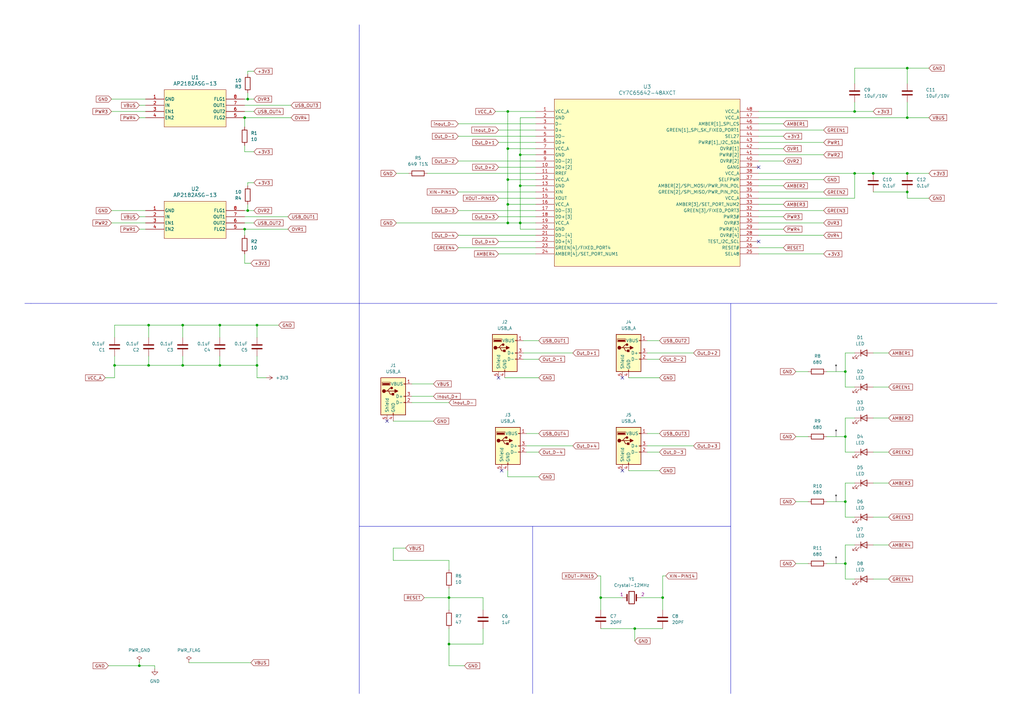
<source format=kicad_sch>
(kicad_sch (version 20231120) (generator "eeschema") (generator_version "8.0")
  (paper "A3")
  (title_block (date "2024-09-25"))
  (lib_symbols
    (symbol "AP2182ASG-13_1" (pin_names (offset 0.254))
      (property "Reference" "U2" (at 0 12.7 0))
      (property "Value" "AP2182ASG-13" (at 0 10.16 0))
      (symbol "AP2182ASG-13_1_0_1"
        (pin power_in line (at -20.32 3.81 0) (length 7.62) (name "GND") (number "1"))
        (pin input line (at -20.32 1.27 0) (length 7.62) (name "IN") (number "2"))
        (pin unspecified line (at 20.32 -3.81 180) (length 7.62) (name "FLG2") (number "5"))
        (pin output line (at 20.32 -1.27 180) (length 7.62) (name "OUT2") (number "6"))
        (pin output line (at 20.32 1.27 180) (length 7.62) (name "OUT1") (number "7"))
        (pin unspecified line (at 20.32 3.81 180) (length 7.62) (name "FLG1") (number "8"))
      )
      (symbol "AP2182ASG-13_1_1_1"
        (pin unspecified line (at -20.32 -1.27 0) (length 7.62) (name "EN1") (number "3"))
        (pin unspecified line (at -20.32 -3.81 0) (length 7.62) (name "EN2") (number "4"))
      )
    )
    (symbol "Connector:USB_A" (pin_names (offset 1.016))
      (property "Reference" "J" (at -5.08 11.43 0))
      (property "Value" "USB_A" (at -5.08 8.89 0))
      (symbol "USB_A_1_1"
        (pin power_in line (at 7.62 5.08 180) (length 2.54) (name "VBUS") (number "1"))
        (pin bidirectional line (at 7.62 -2.54 180) (length 2.54) (name "D-") (number "2"))
        (pin bidirectional line (at 7.62 0 180) (length 2.54) (name "D+") (number "3"))
        (pin power_in line (at 0 -10.16 90) (length 2.54) (name "GND") (number "4"))
        (pin passive line (at -2.54 -10.16 90) (length 2.54) (name "Shield") (number "5"))
      )
    )
    (symbol "Device:C" (pin_numbers hide) (pin_names (offset 0.254))
      (property "Reference" "C" (at 0.635 2.54 0))
      (property "Value" "C" (at 0.635 -2.54 0))
      (symbol "C_1_1"
        (pin passive line (at 0 3.81 270) (length 2.794) (name "~") (number "1"))
        (pin passive line (at 0 -3.81 90) (length 2.794) (name "~") (number "2"))
      )
    )
    (symbol "Device:Crystal" (pin_numbers hide) (pin_names (offset 1.016) hide)
      (property "Reference" "Y" (at 0 3.81 0))
      (property "Value" "Crystal" (at 0 -3.81 0))
      (symbol "Crystal_1_1"
        (pin passive line (at -3.81 0 0) (length 1.27) (name "1") (number "1"))
        (pin passive line (at 3.81 0 180) (length 1.27) (name "2") (number "2"))
      )
    )
    (symbol "Device:LED" (pin_numbers hide) (pin_names (offset 1.016) hide)
      (property "Reference" "D" (at 0 2.54 0))
      (property "Value" "LED" (at 0 -2.54 0))
      (symbol "LED_1_1"
        (pin passive line (at -3.81 0 0) (length 2.54) (name "K") (number "1"))
        (pin passive line (at 3.81 0 180) (length 2.54) (name "A") (number "2"))
      )
    )
    (symbol "Device:R" (pin_numbers hide) (pin_names (offset 0))
      (property "Reference" "R" (at 2.032 0 90))
      (property "Value" "R" (at 0 0 90))
      (symbol "R_1_1"
        (pin passive line (at 0 3.81 270) (length 1.27) (name "~") (number "1"))
        (pin passive line (at 0 -3.81 90) (length 1.27) (name "~") (number "2"))
      )
    )
    (symbol "USB_A_1" (pin_names (offset 1.016))
      (property "Reference" "J2" (at 0 12.7 0))
      (property "Value" "USB_A" (at 0 10.16 0))
      (symbol "USB_A_1_1_1"
        (pin unspecified line (at 7.62 5.08 180) (length 2.54) (name "VBUS") (number "1"))
        (pin bidirectional line (at 7.62 -2.54 180) (length 2.54) (name "D-") (number "2"))
        (pin bidirectional line (at 7.62 0 180) (length 2.54) (name "D+") (number "3"))
        (pin power_in line (at 0 -10.16 90) (length 2.54) (name "GND") (number "4"))
        (pin passive line (at -2.54 -10.16 90) (length 2.54) (name "Shield") (number "5"))
      )
    )
    (symbol "USB_A_2" (pin_names (offset 1.016))
      (property "Reference" "J4" (at 0 12.7 0))
      (property "Value" "USB_A" (at 0 10.16 0))
      (symbol "USB_A_2_1_1"
        (pin unspecified line (at 7.62 5.08 180) (length 2.54) (name "VBUS") (number "1"))
        (pin bidirectional line (at 7.62 -2.54 180) (length 2.54) (name "D-") (number "2"))
        (pin bidirectional line (at 7.62 0 180) (length 2.54) (name "D+") (number "3"))
        (pin power_in line (at 0 -10.16 90) (length 2.54) (name "GND") (number "4"))
        (pin passive line (at -2.54 -10.16 90) (length 2.54) (name "Shield") (number "5"))
      )
    )
    (symbol "USB_A_3" (pin_names (offset 1.016))
      (property "Reference" "J3" (at 0 12.7 0))
      (property "Value" "USB_A" (at 0 10.16 0))
      (symbol "USB_A_3_1_1"
        (pin unspecified line (at 7.62 5.08 180) (length 2.54) (name "VBUS") (number "1"))
        (pin bidirectional line (at 7.62 -2.54 180) (length 2.54) (name "D-") (number "2"))
        (pin bidirectional line (at 7.62 0 180) (length 2.54) (name "D+") (number "3"))
        (pin power_in line (at 0 -10.16 90) (length 2.54) (name "GND") (number "4"))
        (pin passive line (at -2.54 -10.16 90) (length 2.54) (name "Shield") (number "5"))
      )
    )
    (symbol "USB_A_4" (pin_names (offset 1.016))
      (property "Reference" "J5" (at 0 12.7 0))
      (property "Value" "USB_A" (at 0 10.16 0))
      (symbol "USB_A_4_1_0"
        (pin unspecified line (at 7.62 5.08 180) (length 2.54) (name "VBUS") (number "1"))
      )
      (symbol "USB_A_4_1_1"
        (pin bidirectional line (at 7.62 -2.54 180) (length 2.54) (name "D-") (number "2"))
        (pin bidirectional line (at 7.62 0 180) (length 2.54) (name "D+") (number "3"))
        (pin power_in line (at 0 -10.16 90) (length 2.54) (name "GND") (number "4"))
        (pin passive line (at -2.54 -10.16 90) (length 2.54) (name "Shield") (number "5"))
      )
    )
    (symbol "mykicad_Library:AP2182ASG-13" (pin_names (offset 0.254))
      (property "Reference" "U1" (at 0 12.7 0))
      (property "Value" "AP2182ASG-13" (at 0 10.16 0))
      (symbol "AP2182ASG-13_0_1"
        (pin power_in line (at -20.32 3.81 0) (length 7.62) (name "GND") (number "1"))
        (pin input line (at -20.32 1.27 0) (length 7.62) (name "IN") (number "2"))
        (pin unspecified line (at 20.32 -3.81 180) (length 7.62) (name "FLG2") (number "5"))
        (pin output line (at 20.32 -1.27 180) (length 7.62) (name "OUT2") (number "6"))
        (pin output line (at 20.32 1.27 180) (length 7.62) (name "OUT1") (number "7"))
        (pin unspecified line (at 20.32 3.81 180) (length 7.62) (name "FLG1") (number "8"))
      )
      (symbol "AP2182ASG-13_1_1"
        (pin unspecified line (at -20.32 -1.27 0) (length 7.62) (name "EN1") (number "3"))
        (pin unspecified line (at -20.32 -3.81 0) (length 7.62) (name "EN2") (number "4"))
      )
    )
    (symbol "mykicad_Library:CY7C65642-48AXCT" (pin_names (offset 0.254))
      (property "Reference" "U" (at 0 39.37 0))
      (property "Value" "CY7C65642-48AXCT" (at 2.54 36.322 0))
      (symbol "CY7C65642-48AXCT_0_1"
        (pin unspecified line (at -45.72 29.21 0) (length 7.62) (name "VCC_A") (number "1"))
        (pin unspecified line (at -45.72 6.35 0) (length 7.62) (name "DD+[2]") (number "10"))
        (pin unspecified line (at -45.72 3.81 0) (length 7.62) (name "RREF") (number "11"))
        (pin unspecified line (at -45.72 1.27 0) (length 7.62) (name "VCC_A") (number "12"))
        (pin unspecified line (at -45.72 -1.27 0) (length 7.62) (name "GND") (number "13"))
        (pin unspecified line (at -45.72 -3.81 0) (length 7.62) (name "XIN") (number "14"))
        (pin unspecified line (at -45.72 -6.35 0) (length 7.62) (name "XOUT") (number "15"))
        (pin unspecified line (at -45.72 -8.89 0) (length 7.62) (name "VCC_A") (number "16"))
        (pin unspecified line (at -45.72 -11.43 0) (length 7.62) (name "DD-[3]") (number "17"))
        (pin unspecified line (at -45.72 -13.97 0) (length 7.62) (name "DD+[3]") (number "18"))
        (pin unspecified line (at -45.72 -16.51 0) (length 7.62) (name "VCC_A") (number "19"))
        (pin unspecified line (at -45.72 26.67 0) (length 7.62) (name "GND") (number "2"))
        (pin unspecified line (at -45.72 -19.05 0) (length 7.62) (name "GND") (number "20"))
        (pin unspecified line (at -45.72 -21.59 0) (length 7.62) (name "DD-[4]") (number "21"))
        (pin unspecified line (at -45.72 -24.13 0) (length 7.62) (name "DD+[4]") (number "22"))
        (pin unspecified line (at -45.72 -26.67 0) (length 7.62) (name "GREEN[4]/FIXED_PORT4") (number "23"))
        (pin unspecified line (at -45.72 -29.21 0) (length 7.62) (name "AMBER[4]/SET_PORT_NUM1") (number "24"))
        (pin unspecified line (at 45.72 -29.21 180) (length 7.62) (name "SEL48") (number "25"))
        (pin unspecified line (at 45.72 -26.67 180) (length 7.62) (name "RESET#") (number "26"))
        (pin unspecified line (at 45.72 -24.13 180) (length 7.62) (name "TEST_I2C_SCL") (number "27"))
        (pin unspecified line (at 45.72 -21.59 180) (length 7.62) (name "OVR#[4]") (number "28"))
        (pin unspecified line (at 45.72 -19.05 180) (length 7.62) (name "PWR#[4]") (number "29"))
        (pin unspecified line (at -45.72 24.13 0) (length 7.62) (name "D-") (number "3"))
        (pin unspecified line (at 45.72 -16.51 180) (length 7.62) (name "OVR#3") (number "30"))
        (pin unspecified line (at 45.72 -13.97 180) (length 7.62) (name "PWR3#") (number "31"))
        (pin unspecified line (at 45.72 -11.43 180) (length 7.62) (name "GREEN[3]/FIXED_PORT3") (number "32"))
        (pin unspecified line (at 45.72 -8.89 180) (length 7.62) (name "AMBER[3]/SET_PORT_NUM2") (number "33"))
        (pin unspecified line (at 45.72 -6.35 180) (length 7.62) (name "VCC_A") (number "34"))
        (pin unspecified line (at 45.72 -3.81 180) (length 7.62) (name "GREEN[2]/SPI_MISO/PWR_PIN_POL") (number "35"))
        (pin unspecified line (at 45.72 -1.27 180) (length 7.62) (name "AMBER[2]/SPI_MOSI/PWR_PIN_POL") (number "36"))
        (pin unspecified line (at 45.72 1.27 180) (length 7.62) (name "SELFPWR") (number "37"))
        (pin unspecified line (at 45.72 3.81 180) (length 7.62) (name "VCC_A") (number "38"))
        (pin unspecified line (at 45.72 6.35 180) (length 7.62) (name "GANG") (number "39"))
        (pin unspecified line (at -45.72 21.59 0) (length 7.62) (name "D+") (number "4"))
        (pin unspecified line (at 45.72 8.89 180) (length 7.62) (name "OVR#[2]") (number "40"))
        (pin unspecified line (at 45.72 11.43 180) (length 7.62) (name "PWR#[2]") (number "41"))
        (pin unspecified line (at 45.72 13.97 180) (length 7.62) (name "OVR#[1]") (number "42"))
        (pin unspecified line (at 45.72 16.51 180) (length 7.62) (name "PWR#[1]_I2C_SDA") (number "43"))
        (pin unspecified line (at 45.72 19.05 180) (length 7.62) (name "SEL27") (number "44"))
        (pin unspecified line (at 45.72 21.59 180) (length 7.62) (name "GREEN[1]_SPI_SK_FIXED_PORT1") (number "45"))
        (pin unspecified line (at 45.72 24.13 180) (length 7.62) (name "AMBER[1]_SPI_CS") (number "46"))
        (pin unspecified line (at 45.72 26.67 180) (length 7.62) (name "VCC_A") (number "47"))
        (pin unspecified line (at 45.72 29.21 180) (length 7.62) (name "VCC_A") (number "48"))
        (pin unspecified line (at -45.72 19.05 0) (length 7.62) (name "DD-") (number "5"))
        (pin unspecified line (at -45.72 16.51 0) (length 7.62) (name "DD+") (number "6"))
        (pin unspecified line (at -45.72 13.97 0) (length 7.62) (name "VCC_A") (number "7"))
        (pin unspecified line (at -45.72 11.43 0) (length 7.62) (name "GND") (number "8"))
        (pin unspecified line (at -45.72 8.89 0) (length 7.62) (name "DD-[2]") (number "9"))
      )
    )
    (symbol "power:+3V3" (power) (pin_numbers hide) (pin_names (offset 0) hide)
      (property "Value" "+3V3" (at 0 3.556 0))
      (symbol "+3V3_1_1"
        (pin power_in line (at 0 0 90) (length 0) (name "~") (number "1"))
      )
    )
    (symbol "power:GND" (power) (pin_numbers hide) (pin_names (offset 0) hide)
      (property "Value" "GND" (at 0 -3.81 0))
      (symbol "GND_1_1"
        (pin power_in line (at 0 0 270) (length 0) (name "~") (number "1"))
      )
    )
    (symbol "power:PWR_FLAG" (power) (pin_numbers hide) (pin_names (offset 0) hide)
      (property "Value" "PWR_FLAG" (at 0 3.81 0))
      (symbol "PWR_FLAG_0_0"
        (pin power_out line (at 0 0 90) (length 0) (name "~") (number "1"))
      )
    )
  )
  (junction (at 101.6 86.36))
  (junction (at 246.38 245.11))
  (junction (at 346.71 179.07))
  (junction (at 57.15 273.05))
  (junction (at 372.11 71.12))
  (junction (at 350.52 71.12))
  (junction (at 100.33 93.98))
  (junction (at 213.36 76.2))
  (junction (at 358.14 71.12))
  (junction (at 184.15 245.11))
  (junction (at 372.11 48.26))
  (junction (at 90.17 133.35))
  (junction (at 346.71 231.14))
  (junction (at 372.11 27.94))
  (junction (at 60.96 149.86))
  (junction (at 105.41 133.35))
  (junction (at 60.96 133.35))
  (junction (at 346.71 152.4))
  (junction (at 208.28 73.66))
  (junction (at 184.15 264.16))
  (junction (at 208.28 83.82))
  (junction (at 105.41 149.86))
  (junction (at 271.78 245.11))
  (junction (at 372.11 78.74))
  (junction (at 350.52 45.72))
  (junction (at 208.28 91.44))
  (junction (at 208.28 45.72))
  (junction (at 100.33 48.26))
  (junction (at 101.6 40.64))
  (junction (at 208.28 60.96))
  (junction (at 74.93 149.86))
  (junction (at 213.36 91.44))
  (junction (at 90.17 149.86))
  (junction (at 260.35 257.81))
  (junction (at 346.71 205.74))
  (junction (at 213.36 63.5))
  (junction (at 74.93 133.35))
  (junction (at 46.99 149.86))
  (no_connect (at 205.74 193.04))
  (no_connect (at 255.27 193.04))
  (no_connect (at 158.75 172.72))
  (no_connect (at 255.27 154.94))
  (no_connect (at 311.15 99.06))
  (no_connect (at 204.47 154.94))
  (no_connect (at 311.15 68.58))
  (wire (pts (xy 187.96 78.74) (xy 219.71 78.74)))
  (wire (pts (xy 246.38 245.11) (xy 255.27 245.11)))
  (wire (pts (xy 311.15 101.6) (xy 321.31 101.6)))
  (polyline (pts (xy 147.32 124.46) (xy 147.32 215.9)))
  (wire (pts (xy 358.14 78.74) (xy 372.11 78.74)))
  (wire (pts (xy 208.28 45.72) (xy 219.71 45.72)))
  (wire (pts (xy 346.71 171.45) (xy 350.52 171.45)))
  (wire (pts (xy 326.39 231.14) (xy 331.47 231.14)))
  (wire (pts (xy 77.47 271.78) (xy 102.87 271.78)))
  (wire (pts (xy 346.71 152.4) (xy 346.71 158.75)))
  (wire (pts (xy 45.72 86.36) (xy 59.69 86.36)))
  (wire (pts (xy 100.33 93.98) (xy 118.11 93.98)))
  (wire (pts (xy 339.09 231.14) (xy 346.71 231.14)))
  (wire (pts (xy 74.93 149.86) (xy 60.96 149.86)))
  (wire (pts (xy 100.33 104.14) (xy 100.33 107.95)))
  (wire (pts (xy 346.71 205.74) (xy 346.71 212.09)))
  (wire (pts (xy 57.15 43.18) (xy 59.69 43.18)))
  (wire (pts (xy 100.33 59.69) (xy 100.33 62.23)))
  (wire (pts (xy 57.15 48.26) (xy 59.69 48.26)))
  (wire (pts (xy 311.15 50.8) (xy 321.31 50.8)))
  (wire (pts (xy 213.36 63.5) (xy 213.36 76.2)))
  (wire (pts (xy 214.63 144.78) (xy 234.95 144.78)))
  (wire (pts (xy 346.71 144.78) (xy 350.52 144.78)))
  (wire (pts (xy 187.96 101.6) (xy 219.71 101.6)))
  (wire (pts (xy 346.71 237.49) (xy 350.52 237.49)))
  (wire (pts (xy 350.52 71.12) (xy 350.52 81.28)))
  (wire (pts (xy 184.15 264.16) (xy 184.15 273.05)))
  (wire (pts (xy 346.71 185.42) (xy 350.52 185.42)))
  (wire (pts (xy 350.52 27.94) (xy 350.52 34.29)))
  (wire (pts (xy 187.96 86.36) (xy 219.71 86.36)))
  (wire (pts (xy 162.56 71.12) (xy 167.64 71.12)))
  (wire (pts (xy 346.71 144.78) (xy 346.71 152.4)))
  (wire (pts (xy 358.14 237.49) (xy 364.49 237.49)))
  (wire (pts (xy 311.15 96.52) (xy 337.82 96.52)))
  (wire (pts (xy 207.01 154.94) (xy 220.98 154.94)))
  (wire (pts (xy 60.96 133.35) (xy 46.99 133.35)))
  (wire (pts (xy 346.71 198.12) (xy 350.52 198.12)))
  (wire (pts (xy 161.29 172.72) (xy 177.8 172.72)))
  (wire (pts (xy 101.6 29.21) (xy 101.6 30.48)))
  (wire (pts (xy 204.47 104.14) (xy 219.71 104.14)))
  (wire (pts (xy 213.36 76.2) (xy 219.71 76.2)))
  (wire (pts (xy 265.43 139.7) (xy 270.51 139.7)))
  (wire (pts (xy 105.41 133.35) (xy 105.41 138.43)))
  (wire (pts (xy 311.15 48.26) (xy 372.11 48.26)))
  (polyline (pts (xy 299.72 124.46) (xy 299.72 284.48)))
  (wire (pts (xy 203.2 45.72) (xy 208.28 45.72)))
  (wire (pts (xy 358.14 158.75) (xy 364.49 158.75)))
  (wire (pts (xy 184.15 245.11) (xy 184.15 250.19)))
  (wire (pts (xy 162.56 91.44) (xy 208.28 91.44)))
  (wire (pts (xy 198.12 257.81) (xy 198.12 264.16)))
  (wire (pts (xy 358.14 223.52) (xy 364.49 223.52)))
  (wire (pts (xy 208.28 195.58) (xy 220.98 195.58)))
  (wire (pts (xy 90.17 133.35) (xy 90.17 138.43)))
  (wire (pts (xy 184.15 264.16) (xy 198.12 264.16)))
  (wire (pts (xy 215.9 177.8) (xy 220.98 177.8)))
  (wire (pts (xy 101.6 40.64) (xy 104.14 40.64)))
  (wire (pts (xy 101.6 74.93) (xy 101.6 76.2)))
  (wire (pts (xy 265.43 147.32) (xy 270.51 147.32)))
  (wire (pts (xy 372.11 81.28) (xy 381 81.28)))
  (wire (pts (xy 311.15 88.9) (xy 321.31 88.9)))
  (wire (pts (xy 265.43 177.8) (xy 270.51 177.8)))
  (wire (pts (xy 214.63 139.7) (xy 220.98 139.7)))
  (wire (pts (xy 161.29 224.79) (xy 166.37 224.79)))
  (wire (pts (xy 311.15 93.98) (xy 321.31 93.98)))
  (polyline (pts (xy 147.32 124.46) (xy 408.94 124.46)))
  (wire (pts (xy 60.96 133.35) (xy 60.96 138.43)))
  (wire (pts (xy 260.35 257.81) (xy 260.35 262.89)))
  (wire (pts (xy 311.15 91.44) (xy 337.82 91.44)))
  (wire (pts (xy 46.99 133.35) (xy 46.99 138.43)))
  (wire (pts (xy 161.29 224.79) (xy 161.29 229.87)))
  (wire (pts (xy 208.28 73.66) (xy 219.71 73.66)))
  (wire (pts (xy 187.96 55.88) (xy 219.71 55.88)))
  (wire (pts (xy 57.15 93.98) (xy 59.69 93.98)))
  (wire (pts (xy 213.36 93.98) (xy 219.71 93.98)))
  (wire (pts (xy 358.14 198.12) (xy 364.49 198.12)))
  (wire (pts (xy 311.15 71.12) (xy 350.52 71.12)))
  (wire (pts (xy 104.14 29.21) (xy 101.6 29.21)))
  (wire (pts (xy 265.43 182.88) (xy 284.48 182.88)))
  (wire (pts (xy 168.91 157.48) (xy 177.8 157.48)))
  (wire (pts (xy 326.39 205.74) (xy 331.47 205.74)))
  (wire (pts (xy 100.33 40.64) (xy 101.6 40.64)))
  (wire (pts (xy 45.72 40.64) (xy 59.69 40.64)))
  (wire (pts (xy 213.36 91.44) (xy 213.36 93.98)))
  (polyline (pts (xy 12.7 124.46) (xy 147.32 124.46)))
  (wire (pts (xy 372.11 48.26) (xy 381 48.26)))
  (wire (pts (xy 246.38 245.11) (xy 246.38 250.19)))
  (wire (pts (xy 372.11 71.12) (xy 381 71.12)))
  (wire (pts (xy 346.71 212.09) (xy 350.52 212.09)))
  (wire (pts (xy 346.71 223.52) (xy 346.71 231.14)))
  (wire (pts (xy 265.43 144.78) (xy 284.48 144.78)))
  (wire (pts (xy 204.47 53.34) (xy 219.71 53.34)))
  (wire (pts (xy 101.6 83.82) (xy 101.6 86.36)))
  (wire (pts (xy 60.96 146.05) (xy 60.96 149.86)))
  (wire (pts (xy 358.14 212.09) (xy 364.49 212.09)))
  (wire (pts (xy 63.5 274.32) (xy 63.5 273.05)))
  (wire (pts (xy 257.81 193.04) (xy 270.51 193.04)))
  (wire (pts (xy 271.78 236.22) (xy 273.05 236.22)))
  (wire (pts (xy 57.15 273.05) (xy 44.45 273.05)))
  (wire (pts (xy 326.39 179.07) (xy 331.47 179.07)))
  (wire (pts (xy 109.22 154.94) (xy 105.41 154.94)))
  (wire (pts (xy 204.47 88.9) (xy 219.71 88.9)))
  (wire (pts (xy 46.99 154.94) (xy 43.18 154.94)))
  (wire (pts (xy 358.14 71.12) (xy 372.11 71.12)))
  (wire (pts (xy 358.14 144.78) (xy 364.49 144.78)))
  (wire (pts (xy 372.11 41.91) (xy 372.11 48.26)))
  (wire (pts (xy 350.52 27.94) (xy 372.11 27.94)))
  (wire (pts (xy 257.81 154.94) (xy 270.51 154.94)))
  (wire (pts (xy 74.93 133.35) (xy 60.96 133.35)))
  (wire (pts (xy 90.17 149.86) (xy 74.93 149.86)))
  (wire (pts (xy 104.14 74.93) (xy 101.6 74.93)))
  (wire (pts (xy 100.33 93.98) (xy 100.33 96.52)))
  (wire (pts (xy 63.5 273.05) (xy 57.15 273.05)))
  (wire (pts (xy 184.15 273.05) (xy 190.5 273.05)))
  (wire (pts (xy 311.15 58.42) (xy 337.82 58.42)))
  (wire (pts (xy 372.11 27.94) (xy 381 27.94)))
  (wire (pts (xy 311.15 86.36) (xy 337.82 86.36)))
  (wire (pts (xy 187.96 50.8) (xy 219.71 50.8)))
  (wire (pts (xy 208.28 45.72) (xy 208.28 60.96)))
  (wire (pts (xy 100.33 48.26) (xy 119.38 48.26)))
  (wire (pts (xy 184.15 241.3) (xy 184.15 245.11)))
  (wire (pts (xy 74.93 133.35) (xy 74.93 138.43)))
  (wire (pts (xy 57.15 88.9) (xy 59.69 88.9)))
  (wire (pts (xy 100.33 88.9) (xy 118.11 88.9)))
  (wire (pts (xy 173.99 245.11) (xy 184.15 245.11)))
  (wire (pts (xy 372.11 78.74) (xy 372.11 81.28)))
  (wire (pts (xy 208.28 60.96) (xy 208.28 73.66)))
  (wire (pts (xy 311.15 60.96) (xy 321.31 60.96)))
  (wire (pts (xy 326.39 152.4) (xy 331.47 152.4)))
  (wire (pts (xy 215.9 182.88) (xy 234.95 182.88)))
  (polyline (pts (xy 10.16 124.46) (xy 12.7 124.46)))
  (wire (pts (xy 311.15 45.72) (xy 350.52 45.72)))
  (wire (pts (xy 100.33 48.26) (xy 100.33 52.07)))
  (wire (pts (xy 311.15 76.2) (xy 321.31 76.2)))
  (wire (pts (xy 184.15 264.16) (xy 184.15 257.81)))
  (wire (pts (xy 45.72 45.72) (xy 59.69 45.72)))
  (wire (pts (xy 311.15 63.5) (xy 337.82 63.5)))
  (wire (pts (xy 74.93 146.05) (xy 74.93 149.86)))
  (wire (pts (xy 175.26 71.12) (xy 219.71 71.12)))
  (wire (pts (xy 245.11 236.22) (xy 246.38 236.22)))
  (wire (pts (xy 311.15 66.04) (xy 321.31 66.04)))
  (wire (pts (xy 168.91 162.56) (xy 177.8 162.56)))
  (wire (pts (xy 105.41 149.86) (xy 90.17 149.86)))
  (wire (pts (xy 372.11 27.94) (xy 372.11 34.29)))
  (wire (pts (xy 198.12 245.11) (xy 198.12 250.19)))
  (wire (pts (xy 105.41 133.35) (xy 90.17 133.35)))
  (wire (pts (xy 339.09 205.74) (xy 346.71 205.74)))
  (polyline (pts (xy 147.32 215.9) (xy 299.72 215.9)))
  (wire (pts (xy 161.29 229.87) (xy 184.15 229.87)))
  (wire (pts (xy 339.09 179.07) (xy 346.71 179.07)))
  (wire (pts (xy 168.91 165.1) (xy 184.15 165.1)))
  (polyline (pts (xy 147.32 12.7) (xy 147.32 124.46)))
  (wire (pts (xy 213.36 91.44) (xy 219.71 91.44)))
  (wire (pts (xy 208.28 60.96) (xy 219.71 60.96)))
  (wire (pts (xy 358.14 185.42) (xy 364.49 185.42)))
  (wire (pts (xy 114.3 133.35) (xy 105.41 133.35)))
  (wire (pts (xy 262.89 245.11) (xy 271.78 245.11)))
  (wire (pts (xy 187.96 66.04) (xy 219.71 66.04)))
  (wire (pts (xy 311.15 78.74) (xy 337.82 78.74)))
  (wire (pts (xy 100.33 45.72) (xy 104.14 45.72)))
  (wire (pts (xy 246.38 257.81) (xy 260.35 257.81)))
  (wire (pts (xy 213.36 48.26) (xy 219.71 48.26)))
  (wire (pts (xy 346.71 179.07) (xy 346.71 185.42)))
  (wire (pts (xy 90.17 133.35) (xy 74.93 133.35)))
  (wire (pts (xy 346.71 231.14) (xy 346.71 237.49)))
  (wire (pts (xy 105.41 154.94) (xy 105.41 149.86)))
  (wire (pts (xy 346.71 171.45) (xy 346.71 179.07)))
  (wire (pts (xy 46.99 154.94) (xy 46.99 149.86)))
  (wire (pts (xy 265.43 185.42) (xy 270.51 185.42)))
  (wire (pts (xy 184.15 245.11) (xy 198.12 245.11)))
  (wire (pts (xy 57.15 271.78) (xy 57.15 273.05)))
  (wire (pts (xy 311.15 83.82) (xy 321.31 83.82)))
  (wire (pts (xy 100.33 91.44) (xy 104.14 91.44)))
  (wire (pts (xy 100.33 86.36) (xy 101.6 86.36)))
  (wire (pts (xy 208.28 83.82) (xy 208.28 91.44)))
  (wire (pts (xy 358.14 171.45) (xy 364.49 171.45)))
  (polyline (pts (xy 218.44 215.9) (xy 218.44 284.48)))
  (wire (pts (xy 100.33 43.18) (xy 119.38 43.18)))
  (wire (pts (xy 102.87 107.95) (xy 100.33 107.95)))
  (wire (pts (xy 204.47 58.42) (xy 219.71 58.42)))
  (wire (pts (xy 271.78 245.11) (xy 271.78 250.19)))
  (wire (pts (xy 104.14 62.23) (xy 100.33 62.23)))
  (wire (pts (xy 260.35 257.81) (xy 271.78 257.81)))
  (wire (pts (xy 101.6 38.1) (xy 101.6 40.64)))
  (wire (pts (xy 204.47 81.28) (xy 219.71 81.28)))
  (wire (pts (xy 346.71 223.52) (xy 350.52 223.52)))
  (wire (pts (xy 184.15 229.87) (xy 184.15 233.68)))
  (wire (pts (xy 101.6 86.36) (xy 104.14 86.36)))
  (wire (pts (xy 311.15 55.88) (xy 321.31 55.88)))
  (wire (pts (xy 60.96 149.86) (xy 46.99 149.86)))
  (wire (pts (xy 208.28 193.04) (xy 208.28 195.58)))
  (wire (pts (xy 346.71 198.12) (xy 346.71 205.74)))
  (wire (pts (xy 187.96 96.52) (xy 219.71 96.52)))
  (wire (pts (xy 214.63 147.32) (xy 220.98 147.32)))
  (wire (pts (xy 350.52 71.12) (xy 358.14 71.12)))
  (wire (pts (xy 339.09 152.4) (xy 346.71 152.4)))
  (wire (pts (xy 208.28 73.66) (xy 208.28 83.82)))
  (wire (pts (xy 311.15 73.66) (xy 337.82 73.66)))
  (wire (pts (xy 208.28 83.82) (xy 219.71 83.82)))
  (wire (pts (xy 46.99 146.05) (xy 46.99 149.86)))
  (wire (pts (xy 346.71 158.75) (xy 350.52 158.75)))
  (wire (pts (xy 350.52 45.72) (xy 358.14 45.72)))
  (wire (pts (xy 208.28 91.44) (xy 213.36 91.44)))
  (wire (pts (xy 311.15 53.34) (xy 337.82 53.34)))
  (wire (pts (xy 350.52 81.28) (xy 311.15 81.28)))
  (wire (pts (xy 215.9 185.42) (xy 220.98 185.42)))
  (wire (pts (xy 204.47 99.06) (xy 219.71 99.06)))
  (wire (pts (xy 45.72 91.44) (xy 59.69 91.44)))
  (polyline (pts (xy 147.32 10.16) (xy 147.32 12.7)))
  (wire (pts (xy 204.47 68.58) (xy 219.71 68.58)))
  (wire (pts (xy 105.41 146.05) (xy 105.41 149.86)))
  (wire (pts (xy 350.52 41.91) (xy 350.52 45.72)))
  (wire (pts (xy 311.15 104.14) (xy 337.82 104.14)))
  (wire (pts (xy 271.78 236.22) (xy 271.78 245.11)))
  (wire (pts (xy 90.17 146.05) (xy 90.17 149.86)))
  (wire (pts (xy 213.36 76.2) (xy 213.36 91.44)))
  (wire (pts (xy 213.36 63.5) (xy 219.71 63.5)))
  (wire (pts (xy 213.36 48.26) (xy 213.36 63.5)))
  (polyline (pts (xy 147.32 215.9) (xy 147.32 284.48)))
  (wire (pts (xy 246.38 236.22) (xy 246.38 245.11)))
  (global_label "OVR3" (shape input) (at 104.14 40.64 0) (property "Intersheetrefs" "${INTERSHEET_REFS}" (effects (hide yes))))
  (global_label "GND" (shape input) (at 45.72 40.64 180) (property "Intersheetrefs" "${INTERSHEET_REFS}" (effects (hide yes))))
  (global_label "OVR1" (shape input) (at 118.11 93.98 0) (property "Intersheetrefs" "${INTERSHEET_REFS}" (effects (hide yes))))
  (global_label "Out_D-4" (shape input) (at 187.96 96.52 180) (property "Intersheetrefs" "${INTERSHEET_REFS}" (effects (hide yes))))
  (global_label "PWR4" (shape input) (at 57.15 48.26 180) (property "Intersheetrefs" "${INTERSHEET_REFS}" (effects (hide yes))))
  (global_label "Out_D+2" (shape input) (at 284.48 144.78 0) (property "Intersheetrefs" "${INTERSHEET_REFS}" (effects (hide yes))))
  (global_label "USB_OUT4" (shape input) (at 220.98 177.8 0) (property "Intersheetrefs" "${INTERSHEET_REFS}" (effects (hide yes))))
  (global_label "GND" (shape input) (at 44.45 273.05 180) (property "Intersheetrefs" "${INTERSHEET_REFS}" (effects (hide yes))))
  (global_label "Out_D+4" (shape input) (at 204.47 99.06 180) (property "Intersheetrefs" "${INTERSHEET_REFS}" (effects (hide yes))))
  (global_label "GND" (shape input) (at 45.72 86.36 180) (property "Intersheetrefs" "${INTERSHEET_REFS}" (effects (hide yes))))
  (global_label "GND" (shape input) (at 220.98 154.94 0) (property "Intersheetrefs" "${INTERSHEET_REFS}" (effects (hide yes))))
  (global_label "VBUS" (shape input) (at 57.15 43.18 180) (property "Intersheetrefs" "${INTERSHEET_REFS}" (effects (hide yes))))
  (global_label "PWR1" (shape input) (at 57.15 93.98 180) (property "Intersheetrefs" "${INTERSHEET_REFS}" (effects (hide yes))))
  (global_label "GND" (shape input) (at 260.35 262.89 0) (property "Intersheetrefs" "${INTERSHEET_REFS}" (effects (hide yes))))
  (global_label "PWR1" (shape input) (at 337.82 58.42 0) (property "Intersheetrefs" "${INTERSHEET_REFS}" (effects (hide yes))))
  (global_label "VBUS" (shape input) (at 57.15 88.9 180) (property "Intersheetrefs" "${INTERSHEET_REFS}" (effects (hide yes))))
  (global_label "XIN-PIN14" (shape input) (at 187.96 78.74 180) (property "Intersheetrefs" "${INTERSHEET_REFS}" (effects (hide yes))))
  (global_label "Out_D-3" (shape input) (at 187.96 86.36 180) (property "Intersheetrefs" "${INTERSHEET_REFS}" (effects (hide yes))))
  (global_label "inout_D-" (shape input) (at 187.96 50.8 180) (property "Intersheetrefs" "${INTERSHEET_REFS}" (effects (hide yes))))
  (global_label "RESET" (shape input) (at 321.31 101.6 0) (property "Intersheetrefs" "${INTERSHEET_REFS}" (effects (hide yes))))
  (global_label "Out_D+1" (shape input) (at 204.47 58.42 180) (property "Intersheetrefs" "${INTERSHEET_REFS}" (effects (hide yes))))
  (global_label "OVR2" (shape input) (at 104.14 86.36 0) (property "Intersheetrefs" "${INTERSHEET_REFS}" (effects (hide yes))))
  (global_label "GND" (shape input) (at 162.56 91.44 180) (property "Intersheetrefs" "${INTERSHEET_REFS}" (effects (hide yes))))
  (global_label "GREEN4" (shape input) (at 187.96 101.6 180) (property "Intersheetrefs" "${INTERSHEET_REFS}" (effects (hide yes))))
  (global_label "AMBER4" (shape input) (at 364.49 223.52 0) (property "Intersheetrefs" "${INTERSHEET_REFS}" (effects (hide yes))))
  (global_label "PWR4" (shape input) (at 321.31 93.98 0) (property "Intersheetrefs" "${INTERSHEET_REFS}" (effects (hide yes))))
  (global_label "AMBER3" (shape input) (at 321.31 83.82 0) (property "Intersheetrefs" "${INTERSHEET_REFS}" (effects (hide yes))))
  (global_label "USB_OUT4" (shape input) (at 104.14 45.72 0) (property "Intersheetrefs" "${INTERSHEET_REFS}" (effects (hide yes))))
  (global_label "Out_D+3" (shape input) (at 284.48 182.88 0) (property "Intersheetrefs" "${INTERSHEET_REFS}" (effects (hide yes))))
  (global_label "USB_OUT2" (shape input) (at 270.51 139.7 0) (property "Intersheetrefs" "${INTERSHEET_REFS}" (effects (hide yes))))
  (global_label "Out_D-2" (shape input) (at 187.96 66.04 180) (property "Intersheetrefs" "${INTERSHEET_REFS}" (effects (hide yes))))
  (global_label "Out_D-3" (shape input) (at 270.51 185.42 0) (property "Intersheetrefs" "${INTERSHEET_REFS}" (effects (hide yes))))
  (global_label "GREEN1" (shape input) (at 337.82 53.34 0) (property "Intersheetrefs" "${INTERSHEET_REFS}" (effects (hide yes))))
  (global_label "USB_OUT1" (shape input) (at 220.98 139.7 0) (property "Intersheetrefs" "${INTERSHEET_REFS}" (effects (hide yes))))
  (global_label "Out_D+4" (shape input) (at 234.95 182.88 0) (property "Intersheetrefs" "${INTERSHEET_REFS}" (effects (hide yes))))
  (global_label "GND" (shape input) (at 114.3 133.35 0) (property "Intersheetrefs" "${INTERSHEET_REFS}" (effects (hide yes))))
  (global_label "GND" (shape input) (at 190.5 273.05 0) (property "Intersheetrefs" "${INTERSHEET_REFS}" (effects (hide yes))))
  (global_label "OVR2" (shape input) (at 321.31 66.04 0) (property "Intersheetrefs" "${INTERSHEET_REFS}" (effects (hide yes))))
  (global_label "+3V3" (shape input) (at 104.14 29.21 0) (property "Intersheetrefs" "${INTERSHEET_REFS}" (effects (hide yes))))
  (global_label "Out_D-4" (shape input) (at 220.98 185.42 0) (property "Intersheetrefs" "${INTERSHEET_REFS}" (effects (hide yes))))
  (global_label "PWR3" (shape input) (at 45.72 45.72 180) (property "Intersheetrefs" "${INTERSHEET_REFS}" (effects (hide yes))))
  (global_label "USB_OUT3" (shape input) (at 119.38 43.18 0) (property "Intersheetrefs" "${INTERSHEET_REFS}" (effects (hide yes))))
  (global_label "GND" (shape input) (at 337.82 73.66 0) (property "Intersheetrefs" "${INTERSHEET_REFS}" (effects (hide yes))))
  (global_label "PWR2" (shape input) (at 45.72 91.44 180) (property "Intersheetrefs" "${INTERSHEET_REFS}" (effects (hide yes))))
  (global_label "VBUS" (shape input) (at 177.8 157.48 0) (property "Intersheetrefs" "${INTERSHEET_REFS}" (effects (hide yes))))
  (global_label "GND" (shape input) (at 326.39 152.4 180) (property "Intersheetrefs" "${INTERSHEET_REFS}" (effects (hide yes))))
  (global_label "GND" (shape input) (at 177.8 172.72 0) (property "Intersheetrefs" "${INTERSHEET_REFS}" (effects (hide yes))))
  (global_label "USB_OUT2" (shape input) (at 104.14 91.44 0) (property "Intersheetrefs" "${INTERSHEET_REFS}" (effects (hide yes))))
  (global_label "Out_D-1" (shape input) (at 187.96 55.88 180) (property "Intersheetrefs" "${INTERSHEET_REFS}" (effects (hide yes))))
  (global_label "+3V3" (shape input) (at 381 71.12 0) (property "Intersheetrefs" "${INTERSHEET_REFS}" (effects (hide yes))))
  (global_label "PWR3" (shape input) (at 321.31 88.9 0) (property "Intersheetrefs" "${INTERSHEET_REFS}" (effects (hide yes))))
  (global_label "+3V3" (shape input) (at 321.31 55.88 0) (property "Intersheetrefs" "${INTERSHEET_REFS}" (effects (hide yes))))
  (global_label "GREEN4" (shape input) (at 364.49 237.49 0) (property "Intersheetrefs" "${INTERSHEET_REFS}" (effects (hide yes))))
  (global_label "VCC_A" (shape input) (at 203.2 45.72 180) (property "Intersheetrefs" "${INTERSHEET_REFS}" (effects (hide yes))))
  (global_label "GND" (shape input) (at 326.39 205.74 180) (property "Intersheetrefs" "${INTERSHEET_REFS}" (effects (hide yes))))
  (global_label "XOUT-PIN15" (shape input) (at 245.11 236.22 180) (property "Intersheetrefs" "${INTERSHEET_REFS}" (effects (hide yes))))
  (global_label "RESET" (shape input) (at 173.99 245.11 180) (property "Intersheetrefs" "${INTERSHEET_REFS}" (effects (hide yes))))
  (global_label "VBUS" (shape input) (at 166.37 224.79 0) (property "Intersheetrefs" "${INTERSHEET_REFS}" (effects (hide yes))))
  (global_label "GND" (shape input) (at 326.39 179.07 180) (property "Intersheetrefs" "${INTERSHEET_REFS}" (effects (hide yes))))
  (global_label "GREEN2" (shape input) (at 337.82 78.74 0) (property "Intersheetrefs" "${INTERSHEET_REFS}" (effects (hide yes))))
  (global_label "+3V3" (shape input) (at 104.14 62.23 0) (property "Intersheetrefs" "${INTERSHEET_REFS}" (effects (hide yes))))
  (global_label "+3V3" (shape input) (at 102.87 107.95 0) (property "Intersheetrefs" "${INTERSHEET_REFS}" (effects (hide yes))))
  (global_label "+3V3" (shape input) (at 104.14 74.93 0) (property "Intersheetrefs" "${INTERSHEET_REFS}" (effects (hide yes))))
  (global_label "Inout_D+" (shape input) (at 177.8 162.56 0) (property "Intersheetrefs" "${INTERSHEET_REFS}" (effects (hide yes))))
  (global_label "Out_D-1" (shape input) (at 220.98 147.32 0) (property "Intersheetrefs" "${INTERSHEET_REFS}" (effects (hide yes))))
  (global_label "VBUS" (shape input) (at 102.87 271.78 0) (property "Intersheetrefs" "${INTERSHEET_REFS}" (effects (hide yes))))
  (global_label "AMBER3" (shape input) (at 364.49 198.12 0) (property "Intersheetrefs" "${INTERSHEET_REFS}" (effects (hide yes))))
  (global_label "Out_D+3" (shape input) (at 204.47 88.9 180) (property "Intersheetrefs" "${INTERSHEET_REFS}" (effects (hide yes))))
  (global_label "Out_D+2" (shape input) (at 204.47 68.58 180) (property "Intersheetrefs" "${INTERSHEET_REFS}" (effects (hide yes))))
  (global_label "OVR3" (shape input) (at 337.82 91.44 0) (property "Intersheetrefs" "${INTERSHEET_REFS}" (effects (hide yes))))
  (global_label "GND" (shape input) (at 162.56 71.12 180) (property "Intersheetrefs" "${INTERSHEET_REFS}" (effects (hide yes))))
  (global_label "inout_D-" (shape input) (at 184.15 165.1 0) (property "Intersheetrefs" "${INTERSHEET_REFS}" (effects (hide yes))))
  (global_label "Inout_D+" (shape input) (at 204.47 53.34 180) (property "Intersheetrefs" "${INTERSHEET_REFS}" (effects (hide yes))))
  (global_label "VBUS" (shape input) (at 381 48.26 0) (property "Intersheetrefs" "${INTERSHEET_REFS}" (effects (hide yes))))
  (global_label "XIN-PIN14" (shape input) (at 273.05 236.22 0) (property "Intersheetrefs" "${INTERSHEET_REFS}" (effects (hide yes))))
  (global_label "AMBER4" (shape input) (at 204.47 104.14 180) (property "Intersheetrefs" "${INTERSHEET_REFS}" (effects (hide yes))))
  (global_label "OVR4" (shape input) (at 337.82 96.52 0) (property "Intersheetrefs" "${INTERSHEET_REFS}" (effects (hide yes))))
  (global_label "GND" (shape input) (at 220.98 195.58 0) (property "Intersheetrefs" "${INTERSHEET_REFS}" (effects (hide yes))))
  (global_label "OVR4" (shape input) (at 119.38 48.26 0) (property "Intersheetrefs" "${INTERSHEET_REFS}" (effects (hide yes))))
  (global_label "AMBER1" (shape input) (at 321.31 50.8 0) (property "Intersheetrefs" "${INTERSHEET_REFS}" (effects (hide yes))))
  (global_label "USB_OUT3" (shape input) (at 270.51 177.8 0) (property "Intersheetrefs" "${INTERSHEET_REFS}" (effects (hide yes))))
  (global_label "Out_D+1" (shape input) (at 234.95 144.78 0) (property "Intersheetrefs" "${INTERSHEET_REFS}" (effects (hide yes))))
  (global_label "GREEN2" (shape input) (at 364.49 185.42 0) (property "Intersheetrefs" "${INTERSHEET_REFS}" (effects (hide yes))))
  (global_label "+3V3" (shape input) (at 337.82 104.14 0) (property "Intersheetrefs" "${INTERSHEET_REFS}" (effects (hide yes))))
  (global_label "+3V3" (shape input) (at 358.14 45.72 0) (property "Intersheetrefs" "${INTERSHEET_REFS}" (effects (hide yes))))
  (global_label "AMBER2" (shape input) (at 364.49 171.45 0) (property "Intersheetrefs" "${INTERSHEET_REFS}" (effects (hide yes))))
  (global_label "OVR1" (shape input) (at 321.31 60.96 0) (property "Intersheetrefs" "${INTERSHEET_REFS}" (effects (hide yes))))
  (global_label "VCC_A" (shape input) (at 43.18 154.94 180) (property "Intersheetrefs" "${INTERSHEET_REFS}" (effects (hide yes))))
  (global_label "AMBER1" (shape input) (at 364.49 144.78 0) (property "Intersheetrefs" "${INTERSHEET_REFS}" (effects (hide yes))))
  (global_label "GND" (shape input) (at 381 81.28 0) (property "Intersheetrefs" "${INTERSHEET_REFS}" (effects (hide yes))))
  (global_label "GND" (shape input) (at 270.51 193.04 0) (property "Intersheetrefs" "${INTERSHEET_REFS}" (effects (hide yes))))
  (global_label "AMBER2" (shape input) (at 321.31 76.2 0) (property "Intersheetrefs" "${INTERSHEET_REFS}" (effects (hide yes))))
  (global_label "Out_D-2" (shape input) (at 270.51 147.32 0) (property "Intersheetrefs" "${INTERSHEET_REFS}" (effects (hide yes))))
  (global_label "GND" (shape input) (at 270.51 154.94 0) (property "Intersheetrefs" "${INTERSHEET_REFS}" (effects (hide yes))))
  (global_label "USB_OUT1" (shape input) (at 118.11 88.9 0) (property "Intersheetrefs" "${INTERSHEET_REFS}" (effects (hide yes))))
  (global_label "GND" (shape input) (at 381 27.94 0) (property "Intersheetrefs" "${INTERSHEET_REFS}" (effects (hide yes))))
  (global_label "PWR2" (shape input) (at 337.82 63.5 0) (property "Intersheetrefs" "${INTERSHEET_REFS}" (effects (hide yes))))
  (global_label "GREEN3" (shape input) (at 337.82 86.36 0) (property "Intersheetrefs" "${INTERSHEET_REFS}" (effects (hide yes))))
  (global_label "XOUT-PIN15" (shape input) (at 204.47 81.28 180) (property "Intersheetrefs" "${INTERSHEET_REFS}" (effects (hide yes))))
  (global_label "GREEN3" (shape input) (at 364.49 212.09 0) (property "Intersheetrefs" "${INTERSHEET_REFS}" (effects (hide yes))))
  (global_label "GREEN1" (shape input) (at 364.49 158.75 0) (property "Intersheetrefs" "${INTERSHEET_REFS}" (effects (hide yes))))
  (global_label "GND" (shape input) (at 326.39 231.14 180) (property "Intersheetrefs" "${INTERSHEET_REFS}" (effects (hide yes))))
  (netclass_flag "" (length 2.54) (shape dot) (at 342.9 205.74 0))
  (netclass_flag "" (length 2.54) (shape dot) (at 342.9 231.14 0))
  (netclass_flag "" (length 2.54) (shape dot) (at 342.9 152.4 0))
  (netclass_flag "" (length 2.54) (shape dot) (at 342.9 179.07 0))
  (symbol (lib_id "Device:R") (at 101.6 80.01 180) (unit 1)
    (property "Reference" "R4" (at 99.06 81.2801 0) (effects (justify left)))
    (property "Value" "10" (at 99.06 78.7401 0) (effects (justify left)))
    (property "Footprint" "Resistor_SMD:R_0603_1608Metric_Pad0.98x0.95mm_HandSolder" (effects (hide yes)))
    (property "Description" "Resistor" (effects (hide yes)))
  )
  (symbol (lib_id "power:PWR_FLAG") (at 57.15 271.78 0) (unit 1)
    (property "Reference" "#FLG01" (effects (hide yes)))
    (property "Value" "PWR_GND" (at 57.15 266.7 0))
    (property "Description" "Special symbol for telling ERC where power comes from" (effects (hide yes)))
  )
  (symbol (lib_id "Device:R") (at 100.33 100.33 0) (unit 1)
    (property "Reference" "R2" (at 102.87 99.0599 0) (effects (justify left)))
    (property "Value" "10" (at 102.87 101.5999 0) (effects (justify left)))
    (property "Footprint" "Resistor_SMD:R_0603_1608Metric_Pad0.98x0.95mm_HandSolder" (effects (hide yes)))
    (property "Description" "Resistor" (effects (hide yes)))
  )
  (symbol (lib_id "Device:C") (at 105.41 142.24 180) (unit 1)
    (property "Reference" "C5" (at 101.6 143.5101 0) (effects (justify left)))
    (property "Value" "0.1uF" (at 101.6 140.9701 0) (effects (justify left)))
    (property "Footprint" "Capacitor_SMD:C_0603_1608Metric_Pad1.08x0.95mm_HandSolder" (effects (hide yes)))
    (property "Description" "Unpolarized capacitor" (effects (hide yes)))
  )
  (symbol (lib_id "Device:Crystal") (at 259.08 245.11 180) (unit 1)
    (property "Reference" "Y1" (at 259.08 237.49 0))
    (property "Value" "Crystal-12MHz" (at 259.08 240.03 0))
    (property "Footprint" "Crystal:Crystal_HC52-U_Vertical" (effects (hide yes)))
    (property "Description" "Two pin crystal" (effects (hide yes)))
    (property "PIN1" "1" (at 255.016 243.84 0))
    (property "PIN2" "2" (at 263.652 243.84 0))
  )
  (symbol (lib_id "mykicad_Library:AP2182ASG-13") (at 80.01 44.45 0) (unit 1)
    (property "Reference" "U1" (at 80.01 31.75 0) (effects (font (size 1.524 1.524))))
    (property "Value" "AP2182ASG-13" (at 80.01 34.29 0) (effects (font (size 1.524 1.524))))
    (property "Footprint" "AP2182ASG-13:SO8_DIO" (effects (hide yes)))
    (property "Datasheet" "AP2182ASG-13" (effects (hide yes)))
  )
  (symbol (lib_id "Device:C") (at 46.99 142.24 180) (unit 1)
    (property "Reference" "C1" (at 43.18 143.5101 0) (effects (justify left)))
    (property "Value" "0.1uF" (at 43.18 140.9701 0) (effects (justify left)))
    (property "Footprint" "Capacitor_SMD:C_0603_1608Metric_Pad1.08x0.95mm_HandSolder" (effects (hide yes)))
    (property "Description" "Unpolarized capacitor" (effects (hide yes)))
  )
  (symbol (lib_id "Device:C") (at 246.38 254 0) (unit 1)
    (property "Reference" "C7" (at 250.19 252.7299 0) (effects (justify left)))
    (property "Value" "20PF" (at 250.19 255.2699 0) (effects (justify left)))
    (property "Footprint" "Capacitor_SMD:C_0603_1608Metric_Pad1.08x0.95mm_HandSolder" (effects (hide yes)))
    (property "Description" "Unpolarized capacitor" (effects (hide yes)))
  )
  (symbol (lib_id "Device:LED") (at 354.33 212.09 0) (unit 1)
    (property "Reference" "D6" (at 352.7425 205.74 0))
    (property "Value" "LED" (at 352.7425 208.28 0))
    (property "Footprint" "LED_SMD:LED_2010_5025Metric_Pad1.52x2.65mm_HandSolder" (effects (hide yes)))
    (property "Description" "Light emitting diode" (effects (hide yes)))
  )
  (symbol (lib_id "Device:C") (at 372.11 38.1 0) (unit 1)
    (property "Reference" "C11" (at 379.73 36.8299 0) (effects (justify left)))
    (property "Value" "10uF/10V" (at 379.73 39.3699 0) (effects (justify left)))
    (property "Footprint" "Capacitor_SMD:C_0603_1608Metric_Pad1.08x0.95mm_HandSolder" (effects (hide yes)))
    (property "Description" "Unpolarized capacitor" (effects (hide yes)))
  )
  (symbol (lib_id "power:PWR_FLAG") (at 77.47 271.78 0) (unit 1)
    (property "Reference" "#FLG02" (effects (hide yes)))
    (property "Value" "PWR_FLAG" (at 77.47 266.7 0))
    (property "Description" "Special symbol for telling ERC where power comes from" (effects (hide yes)))
  )
  (symbol (lib_id "Device:LED") (at 354.33 158.75 0) (unit 1)
    (property "Reference" "D2" (at 352.7425 152.4 0))
    (property "Value" "LED" (at 352.7425 154.94 0))
    (property "Footprint" "LED_SMD:LED_2010_5025Metric_Pad1.52x2.65mm_HandSolder" (effects (hide yes)))
    (property "Description" "Light emitting diode" (effects (hide yes)))
  )
  (symbol (lib_id "Device:LED") (at 354.33 223.52 0) (unit 1)
    (property "Reference" "D7" (at 352.7425 217.17 0))
    (property "Value" "LED" (at 352.7425 219.71 0))
    (property "Footprint" "LED_SMD:LED_2010_5025Metric_Pad1.52x2.65mm_HandSolder" (effects (hide yes)))
    (property "Description" "Light emitting diode" (effects (hide yes)))
  )
  (symbol (lib_id "Device:LED") (at 354.33 185.42 0) (unit 1)
    (property "Reference" "D4" (at 352.7425 179.07 0))
    (property "Value" "LED" (at 352.7425 181.61 0))
    (property "Footprint" "LED_SMD:LED_2010_5025Metric_Pad1.52x2.65mm_HandSolder" (effects (hide yes)))
    (property "Description" "Light emitting diode" (effects (hide yes)))
  )
  (symbol (lib_name "USB_A_1") (lib_id "Connector:USB_A") (at 207.01 144.78 0) (unit 1)
    (property "Reference" "J2" (at 207.01 132.08 0))
    (property "Value" "USB_A" (at 207.01 134.62 0))
    (property "Footprint" "Connector_USB:USB_A_CONNFLY_DS1095-WNR0" (effects (hide yes)))
    (property "Description" "USB Type A connector" (effects (hide yes)))
  )
  (symbol (lib_id "Device:C") (at 372.11 74.93 0) (unit 1)
    (property "Reference" "C12" (at 375.92 73.6599 0) (effects (justify left)))
    (property "Value" "0.1uF" (at 375.92 76.1999 0) (effects (justify left)))
    (property "Footprint" "Capacitor_SMD:C_0603_1608Metric_Pad1.08x0.95mm_HandSolder" (effects (hide yes)))
    (property "Description" "Unpolarized capacitor" (effects (hide yes)))
  )
  (symbol (lib_id "Device:R") (at 335.28 179.07 90) (unit 1)
    (property "Reference" "R9" (at 335.28 172.72 90))
    (property "Value" "680" (at 335.28 175.26 90))
    (property "Footprint" "Resistor_SMD:R_0603_1608Metric_Pad0.98x0.95mm_HandSolder" (effects (hide yes)))
    (property "Description" "Resistor" (effects (hide yes)))
  )
  (symbol (lib_id "Device:LED") (at 354.33 237.49 0) (unit 1)
    (property "Reference" "D8" (at 352.7425 231.14 0))
    (property "Value" "LED" (at 352.7425 233.68 0))
    (property "Footprint" "LED_SMD:LED_2010_5025Metric_Pad1.52x2.65mm_HandSolder" (effects (hide yes)))
    (property "Description" "Light emitting diode" (effects (hide yes)))
  )
  (symbol (lib_id "Connector:USB_A") (at 161.29 162.56 0) (unit 1)
    (property "Reference" "J1" (at 161.29 149.86 0))
    (property "Value" "USB_A" (at 161.29 152.4 0))
    (property "Footprint" "Connector_USB:USB_A_CONNFLY_DS1095-WNR0" (effects (hide yes)))
    (property "Description" "USB Type A connector" (effects (hide yes)))
  )
  (symbol (lib_id "Device:R") (at 101.6 34.29 180) (unit 1)
    (property "Reference" "R3" (at 99.06 35.5601 0) (effects (justify left)))
    (property "Value" "10" (at 99.06 33.0201 0) (effects (justify left)))
    (property "Footprint" "Resistor_SMD:R_0603_1608Metric_Pad0.98x0.95mm_HandSolder" (effects (hide yes)))
    (property "Description" "Resistor" (effects (hide yes)))
  )
  (symbol (lib_id "Device:C") (at 358.14 74.93 0) (unit 1)
    (property "Reference" "C10" (at 361.95 73.6599 0) (effects (justify left)))
    (property "Value" "0.1uF" (at 361.95 76.1999 0) (effects (justify left)))
    (property "Footprint" "Capacitor_SMD:C_0603_1608Metric_Pad1.08x0.95mm_HandSolder" (effects (hide yes)))
    (property "Description" "Unpolarized capacitor" (effects (hide yes)))
  )
  (symbol (lib_id "Device:C") (at 198.12 254 0) (unit 1)
    (property "Reference" "C6" (at 205.74 252.7299 0) (effects (justify left)))
    (property "Value" "1uF" (at 205.74 255.2699 0) (effects (justify left)))
    (property "Footprint" "Capacitor_SMD:C_0603_1608Metric_Pad1.08x0.95mm_HandSolder" (effects (hide yes)))
    (property "Description" "Unpolarized capacitor" (effects (hide yes)))
  )
  (symbol (lib_id "mykicad_Library:CY7C65642-48AXCT") (at 265.43 74.93 0) (unit 1)
    (property "Reference" "U3" (at 265.43 35.56 0) (effects (font (size 1.524 1.524))))
    (property "Value" "CY7C65642-48AXCT" (at 265.43 38.1 0) (effects (font (size 1.524 1.524))))
    (property "Footprint" "TQFP48_51-85135_INF-L:TQFP48_51-85135_INF" (effects (hide yes)))
    (property "Datasheet" "CY7C65642-48AXCT" (effects (hide yes)))
  )
  (symbol (lib_id "power:+3V3") (at 109.22 154.94 270) (unit 1)
    (property "Reference" "#PWR02" (effects (hide yes)))
    (property "Value" "+3V3" (at 113.03 154.9401 90) (effects (justify left)))
    (property "Description" "Power symbol creates a global label with name \"+3V3\"" (effects (hide yes)))
  )
  (symbol (lib_id "Device:LED") (at 354.33 171.45 0) (unit 1)
    (property "Reference" "D3" (at 352.7425 165.1 0))
    (property "Value" "LED" (at 352.7425 167.64 0))
    (property "Footprint" "LED_SMD:LED_2010_5025Metric_Pad1.52x2.65mm_HandSolder" (effects (hide yes)))
    (property "Description" "Light emitting diode" (effects (hide yes)))
  )
  (symbol (lib_name "USB_A_2") (lib_id "Connector:USB_A") (at 257.81 144.78 0) (unit 1)
    (property "Reference" "J4" (at 257.81 132.08 0))
    (property "Value" "USB_A" (at 257.81 134.62 0))
    (property "Footprint" "Connector_USB:USB_A_CONNFLY_DS1095-WNR0" (effects (hide yes)))
    (property "Description" "USB Type A connector" (effects (hide yes)))
  )
  (symbol (lib_id "Device:R") (at 184.15 254 0) (unit 1)
    (property "Reference" "R7" (at 186.69 252.7299 0) (effects (justify left)))
    (property "Value" "47" (at 186.69 255.2699 0) (effects (justify left)))
    (property "Footprint" "Resistor_SMD:R_0603_1608Metric_Pad0.98x0.95mm_HandSolder" (effects (hide yes)))
    (property "Description" "Resistor" (effects (hide yes)))
  )
  (symbol (lib_id "Device:R") (at 184.15 237.49 0) (unit 1)
    (property "Reference" "R6" (at 186.69 236.2199 0) (effects (justify left)))
    (property "Value" "10" (at 186.69 238.7599 0) (effects (justify left)))
    (property "Footprint" "Resistor_SMD:R_0603_1608Metric_Pad0.98x0.95mm_HandSolder" (effects (hide yes)))
    (property "Description" "Resistor" (effects (hide yes)))
  )
  (symbol (lib_id "Device:C") (at 90.17 142.24 180) (unit 1)
    (property "Reference" "C4" (at 86.36 143.5101 0) (effects (justify left)))
    (property "Value" "0.1uF" (at 86.36 140.9701 0) (effects (justify left)))
    (property "Footprint" "Capacitor_SMD:C_0603_1608Metric_Pad1.08x0.95mm_HandSolder" (effects (hide yes)))
    (property "Description" "Unpolarized capacitor" (effects (hide yes)))
  )
  (symbol (lib_id "Device:C") (at 350.52 38.1 0) (unit 1)
    (property "Reference" "C9" (at 354.33 36.8299 0) (effects (justify left)))
    (property "Value" "10uF/10V" (at 354.33 39.3699 0) (effects (justify left)))
    (property "Footprint" "Capacitor_SMD:C_0603_1608Metric_Pad1.08x0.95mm_HandSolder" (effects (hide yes)))
    (property "Description" "Unpolarized capacitor" (effects (hide yes)))
  )
  (symbol (lib_id "Device:R") (at 171.45 71.12 90) (unit 1)
    (property "Reference" "R5" (at 171.45 64.77 90))
    (property "Value" "649 T1%" (at 171.45 67.31 90))
    (property "Footprint" "Resistor_SMD:R_0603_1608Metric_Pad0.98x0.95mm_HandSolder" (effects (hide yes)))
    (property "Description" "Resistor" (effects (hide yes)))
  )
  (symbol (lib_id "Device:LED") (at 354.33 198.12 0) (unit 1)
    (property "Reference" "D5" (at 352.7425 191.77 0))
    (property "Value" "LED" (at 352.7425 194.31 0))
    (property "Footprint" "LED_SMD:LED_2010_5025Metric_Pad1.52x2.65mm_HandSolder" (effects (hide yes)))
    (property "Description" "Light emitting diode" (effects (hide yes)))
  )
  (symbol (lib_id "Device:C") (at 271.78 254 0) (unit 1)
    (property "Reference" "C8" (at 275.59 252.7299 0) (effects (justify left)))
    (property "Value" "20PF" (at 275.59 255.2699 0) (effects (justify left)))
    (property "Footprint" "Capacitor_SMD:C_0603_1608Metric_Pad1.08x0.95mm_HandSolder" (effects (hide yes)))
    (property "Description" "Unpolarized capacitor" (effects (hide yes)))
  )
  (symbol (lib_id "Device:C") (at 74.93 142.24 180) (unit 1)
    (property "Reference" "C3" (at 71.12 143.5101 0) (effects (justify left)))
    (property "Value" "0.1uF" (at 71.12 140.9701 0) (effects (justify left)))
    (property "Footprint" "Capacitor_SMD:C_0603_1608Metric_Pad1.08x0.95mm_HandSolder" (effects (hide yes)))
    (property "Description" "Unpolarized capacitor" (effects (hide yes)))
  )
  (symbol (lib_id "Device:R") (at 100.33 55.88 0) (unit 1)
    (property "Reference" "R1" (at 102.87 54.6099 0) (effects (justify left)))
    (property "Value" "10" (at 102.87 57.1499 0) (effects (justify left)))
    (property "Footprint" "Resistor_SMD:R_0603_1608Metric_Pad0.98x0.95mm_HandSolder" (effects (hide yes)))
    (property "Description" "Resistor" (effects (hide yes)))
  )
  (symbol (lib_id "Device:C") (at 60.96 142.24 180) (unit 1)
    (property "Reference" "C2" (at 57.15 143.5101 0) (effects (justify left)))
    (property "Value" "0.1uF" (at 57.15 140.9701 0) (effects (justify left)))
    (property "Footprint" "Capacitor_SMD:C_0603_1608Metric_Pad1.08x0.95mm_HandSolder" (effects (hide yes)))
    (property "Description" "Unpolarized capacitor" (effects (hide yes)))
  )
  (symbol (lib_name "USB_A_4") (lib_id "Connector:USB_A") (at 257.81 182.88 0) (unit 1)
    (property "Reference" "J5" (at 257.81 170.18 0))
    (property "Value" "USB_A" (at 257.81 172.72 0))
    (property "Footprint" "Connector_USB:USB_A_CONNFLY_DS1095-WNR0" (effects (hide yes)))
    (property "Description" "USB Type A connector" (effects (hide yes)))
  )
  (symbol (lib_name "USB_A_3") (lib_id "Connector:USB_A") (at 208.28 182.88 0) (unit 1)
    (property "Reference" "J3" (at 208.28 170.18 0))
    (property "Value" "USB_A" (at 208.28 172.72 0))
    (property "Footprint" "Connector_USB:USB_A_CONNFLY_DS1095-WNR0" (effects (hide yes)))
    (property "Description" "USB Type A connector" (effects (hide yes)))
  )
  (symbol (lib_name "AP2182ASG-13_1") (lib_id "mykicad_Library:AP2182ASG-13") (at 80.01 90.17 0) (unit 1)
    (property "Reference" "U2" (at 80.01 77.47 0) (effects (font (size 1.524 1.524))))
    (property "Value" "AP2182ASG-13" (at 80.01 80.01 0) (effects (font (size 1.524 1.524))))
    (property "Footprint" "AP2182ASG-13:SO8_DIO" (effects (hide yes)))
    (property "Datasheet" "AP2182ASG-13" (effects (hide yes)))
  )
  (symbol (lib_id "power:GND") (at 63.5 274.32 0) (unit 1)
    (property "Reference" "#PWR01" (effects (hide yes)))
    (property "Value" "GND" (at 63.5 279.4 0))
    (property "Description" "Power symbol creates a global label with name \"GND\" , ground" (effects (hide yes)))
  )
  (symbol (lib_id "Device:R") (at 335.28 205.74 90) (unit 1)
    (property "Reference" "R10" (at 335.28 199.39 90))
    (property "Value" "680" (at 335.28 201.93 90))
    (property "Footprint" "Resistor_SMD:R_0603_1608Metric_Pad0.98x0.95mm_HandSolder" (effects (hide yes)))
    (property "Description" "Resistor" (effects (hide yes)))
  )
  (symbol (lib_id "Device:R") (at 335.28 152.4 90) (unit 1)
    (property "Reference" "R8" (at 335.28 146.05 90))
    (property "Value" "680" (at 335.28 148.59 90))
    (property "Footprint" "Resistor_SMD:R_0603_1608Metric_Pad0.98x0.95mm_HandSolder" (effects (hide yes)))
    (property "Description" "Resistor" (effects (hide yes)))
  )
  (symbol (lib_id "Device:LED") (at 354.33 144.78 0) (unit 1)
    (property "Reference" "D1" (at 352.7425 138.43 0))
    (property "Value" "LED" (at 352.7425 140.97 0))
    (property "Footprint" "LED_SMD:LED_2010_5025Metric_Pad1.52x2.65mm_HandSolder" (effects (hide yes)))
    (property "Description" "Light emitting diode" (effects (hide yes)))
  )
  (symbol (lib_id "Device:R") (at 335.28 231.14 90) (unit 1)
    (property "Reference" "R11" (at 335.28 224.79 90))
    (property "Value" "680" (at 335.28 227.33 90))
    (property "Footprint" "Resistor_SMD:R_0603_1608Metric_Pad0.98x0.95mm_HandSolder" (effects (hide yes)))
    (property "Description" "Resistor" (effects (hide yes)))
  )
)
</source>
